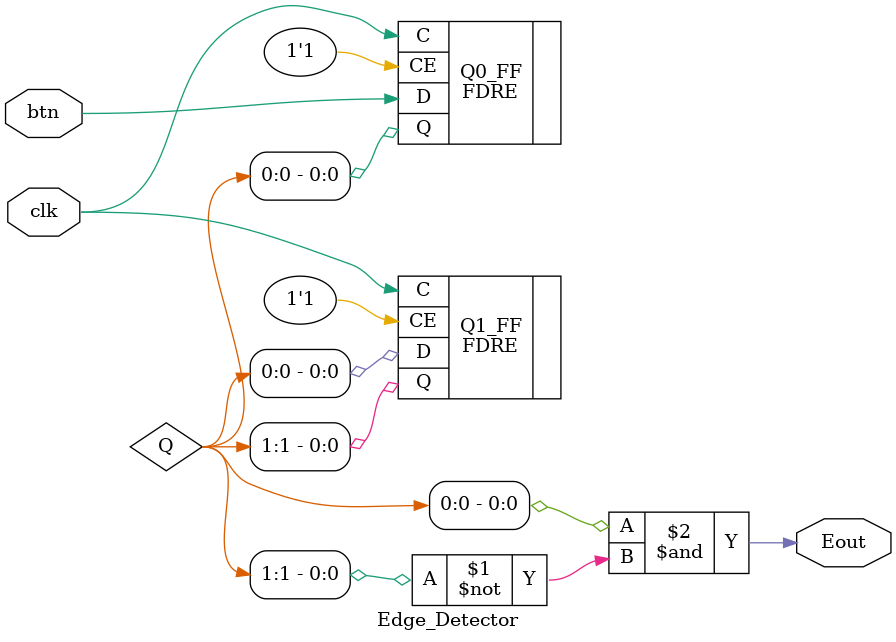
<source format=v>
`timescale 1ns / 1ps


module Edge_Detector(
        input clk,
        input btn,
        output Eout
    );
    
    wire [1:0] Q;
    
    FDRE #(.INIT(1'b0)) Q0_FF (.C(clk), .CE(1'b1), .D(btn), .Q(Q[0]));
    FDRE #(.INIT(1'b0)) Q1_FF (.C(clk), .CE(1'b1), .D(Q[0]), .Q(Q[1])); //takes in output of last flip flop
    
    assign Eout = Q[0] & ~Q[1];

endmodule

</source>
